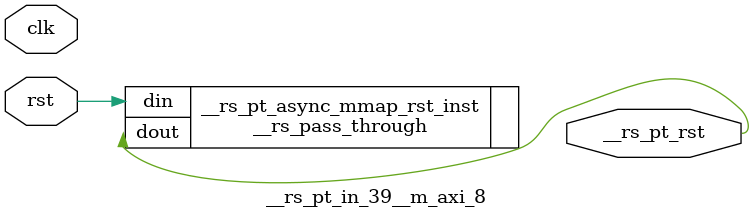
<source format=v>
`timescale 1 ns / 1 ps
/**   Generated by RapidStream   **/
module __rs_pt_in_39__m_axi_8 #(
    parameter BufferSize         = 32,
    parameter BufferSizeLog      = 5,
    parameter AddrWidth          = 64,
    parameter AxiSideAddrWidth   = 64,
    parameter DataWidth          = 512,
    parameter DataWidthBytesLog  = 6,
    parameter WaitTimeWidth      = 4,
    parameter BurstLenWidth      = 8,
    parameter EnableReadChannel  = 1,
    parameter EnableWriteChannel = 1,
    parameter MaxWaitTime        = 3,
    parameter MaxBurstLen        = 15
) (
    output wire __rs_pt_rst,
    input wire  clk,
    input wire  rst
);




__rs_pass_through #(
    .WIDTH (1)
) __rs_pt_async_mmap_rst_inst /**   Generated by RapidStream   **/ (
    .din  (rst),
    .dout (__rs_pt_rst)
);

endmodule  // __rs_pt_in_39__m_axi_8
</source>
